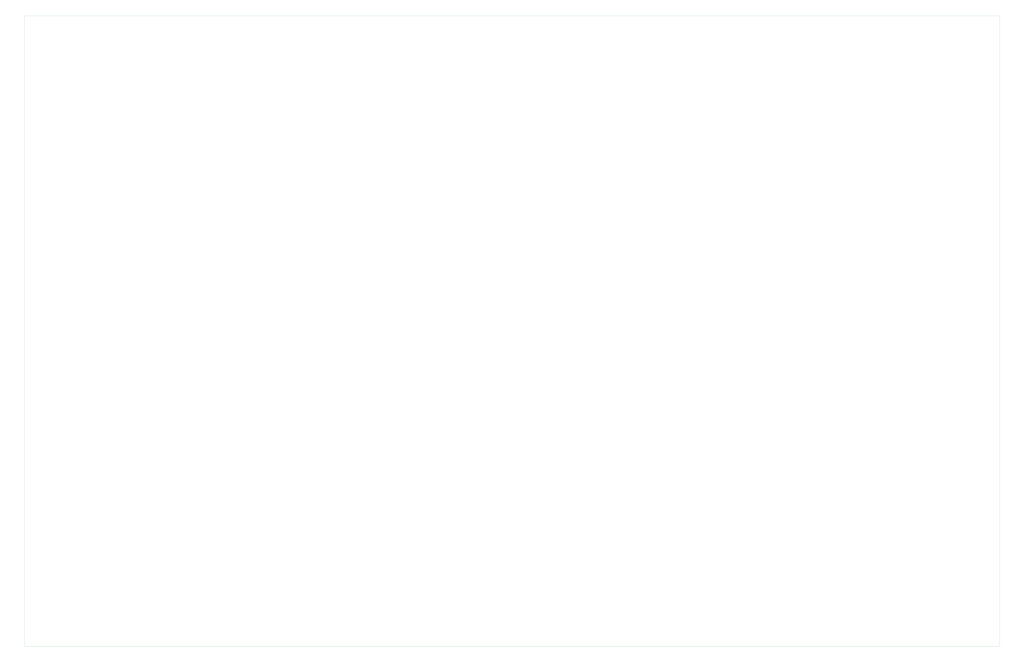
<source format=gbr>
%TF.GenerationSoftware,Altium Limited,Altium Designer,25.7.1 (20)*%
G04 Layer_Color=10085887*
%FSLAX45Y45*%
%MOMM*%
%TF.SameCoordinates,1AA72D45-9F13-4BD8-B423-63960E99F270*%
%TF.FilePolarity,Positive*%
%TF.FileFunction,Other,Reference*%
%TF.Part,Single*%
G01*
G75*
%TA.AperFunction,NonConductor*%
%ADD108C,0.02540*%
D108*
X-39928546Y-25965784D02*
Y29919296D01*
X46436533D01*
Y-25965784D02*
Y29919296D01*
X-39928546Y-25965784D02*
X46436533D01*
%TF.MD5,bea738cda1bccf6aa2ca38bc6b18dbc0*%
M02*

</source>
